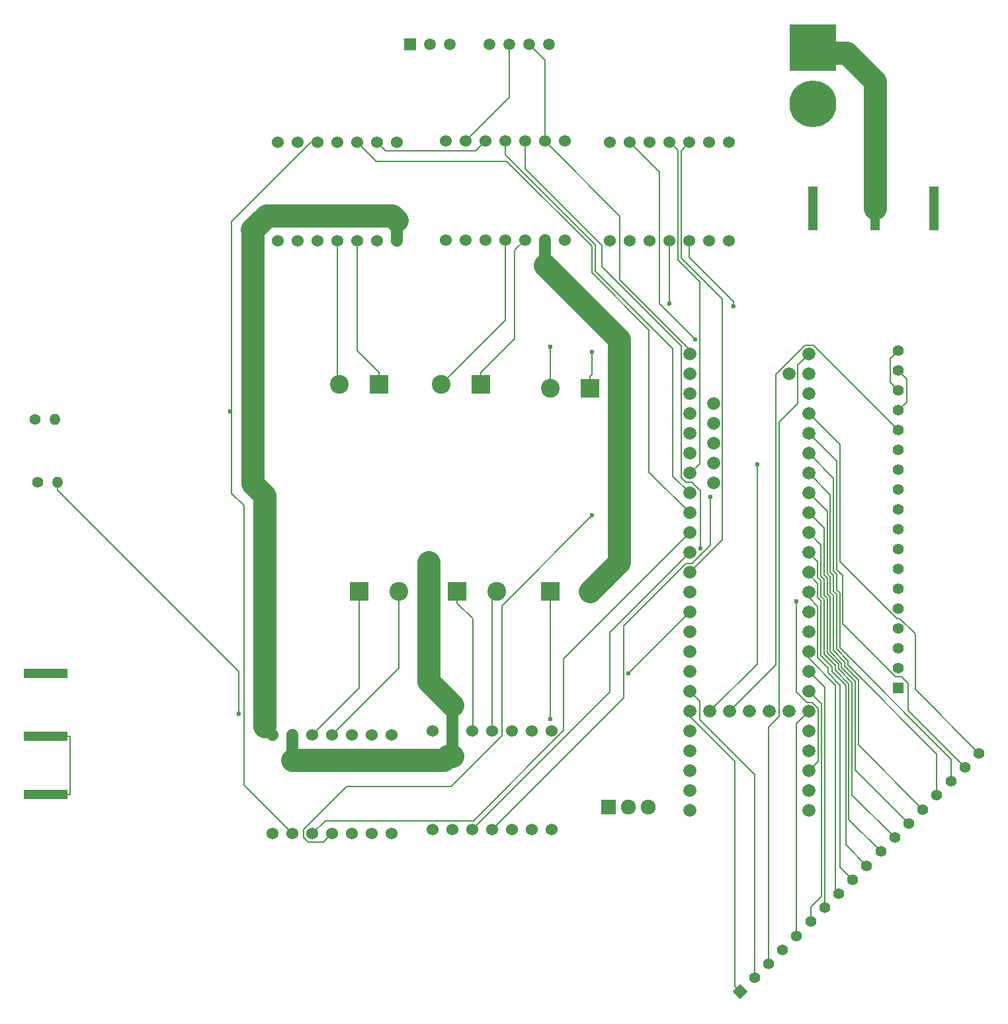
<source format=gbl>
G04 #@! TF.GenerationSoftware,KiCad,Pcbnew,8.0.5*
G04 #@! TF.CreationDate,2024-12-27T19:52:07-05:00*
G04 #@! TF.ProjectId,RoboCup25PCBv1,526f626f-4375-4703-9235-50434276312e,rev?*
G04 #@! TF.SameCoordinates,Original*
G04 #@! TF.FileFunction,Copper,L2,Bot*
G04 #@! TF.FilePolarity,Positive*
%FSLAX46Y46*%
G04 Gerber Fmt 4.6, Leading zero omitted, Abs format (unit mm)*
G04 Created by KiCad (PCBNEW 8.0.5) date 2024-12-27 19:52:07*
%MOMM*%
%LPD*%
G01*
G04 APERTURE LIST*
G04 Aperture macros list*
%AMRotRect*
0 Rectangle, with rotation*
0 The origin of the aperture is its center*
0 $1 length*
0 $2 width*
0 $3 Rotation angle, in degrees counterclockwise*
0 Add horizontal line*
21,1,$1,$2,0,0,$3*%
G04 Aperture macros list end*
G04 #@! TA.AperFunction,ComponentPad*
%ADD10R,2.400000X2.400000*%
G04 #@! TD*
G04 #@! TA.AperFunction,ComponentPad*
%ADD11C,2.400000*%
G04 #@! TD*
G04 #@! TA.AperFunction,ComponentPad*
%ADD12C,1.524000*%
G04 #@! TD*
G04 #@! TA.AperFunction,ComponentPad*
%ADD13R,5.600000X1.200000*%
G04 #@! TD*
G04 #@! TA.AperFunction,ComponentPad*
%ADD14R,1.920000X1.920000*%
G04 #@! TD*
G04 #@! TA.AperFunction,ComponentPad*
%ADD15C,1.920000*%
G04 #@! TD*
G04 #@! TA.AperFunction,ComponentPad*
%ADD16R,1.200000X5.600000*%
G04 #@! TD*
G04 #@! TA.AperFunction,ComponentPad*
%ADD17C,1.400000*%
G04 #@! TD*
G04 #@! TA.AperFunction,ComponentPad*
%ADD18O,1.400000X1.400000*%
G04 #@! TD*
G04 #@! TA.AperFunction,ComponentPad*
%ADD19R,1.398000X1.398000*%
G04 #@! TD*
G04 #@! TA.AperFunction,ComponentPad*
%ADD20C,1.398000*%
G04 #@! TD*
G04 #@! TA.AperFunction,ComponentPad*
%ADD21R,1.508000X1.508000*%
G04 #@! TD*
G04 #@! TA.AperFunction,ComponentPad*
%ADD22C,1.508000*%
G04 #@! TD*
G04 #@! TA.AperFunction,ComponentPad*
%ADD23C,1.665000*%
G04 #@! TD*
G04 #@! TA.AperFunction,ComponentPad*
%ADD24C,6.000000*%
G04 #@! TD*
G04 #@! TA.AperFunction,ComponentPad*
%ADD25R,6.000000X6.000000*%
G04 #@! TD*
G04 #@! TA.AperFunction,ComponentPad*
%ADD26RotRect,1.398000X1.398000X45.000000*%
G04 #@! TD*
G04 #@! TA.AperFunction,ViaPad*
%ADD27C,0.600000*%
G04 #@! TD*
G04 #@! TA.AperFunction,ViaPad*
%ADD28C,1.500000*%
G04 #@! TD*
G04 #@! TA.AperFunction,Conductor*
%ADD29C,0.200000*%
G04 #@! TD*
G04 #@! TA.AperFunction,Conductor*
%ADD30C,3.000000*%
G04 #@! TD*
G04 #@! TA.AperFunction,Conductor*
%ADD31C,1.523800*%
G04 #@! TD*
G04 APERTURE END LIST*
D10*
X332920000Y-201000000D03*
D11*
X338000000Y-201000000D03*
D12*
X317840000Y-231500000D03*
X320380000Y-231500000D03*
X322920000Y-231500000D03*
X325460000Y-231500000D03*
X328000000Y-231500000D03*
X330540000Y-231500000D03*
X333080000Y-231500000D03*
X333080000Y-218840000D03*
X330540000Y-218840000D03*
X328000000Y-218840000D03*
X325460000Y-218840000D03*
X322920000Y-218840000D03*
X320380000Y-218840000D03*
X317840000Y-218840000D03*
D13*
X268335000Y-219525000D03*
X268335000Y-227025000D03*
X268335000Y-211525000D03*
D14*
X340360000Y-228600000D03*
D15*
X342900000Y-228600000D03*
X345440000Y-228600000D03*
D12*
X334740000Y-143340000D03*
X332200000Y-143340000D03*
X329660000Y-143340000D03*
X327120000Y-143340000D03*
X324580000Y-143340000D03*
X322040000Y-143340000D03*
X319500000Y-143340000D03*
X319500000Y-156000000D03*
X322040000Y-156000000D03*
X324580000Y-156000000D03*
X327120000Y-156000000D03*
X329660000Y-156000000D03*
X332200000Y-156000000D03*
X334740000Y-156000000D03*
D16*
X374500000Y-152000000D03*
X382000000Y-152000000D03*
X366500000Y-152000000D03*
D10*
X311000000Y-174500000D03*
D11*
X305920000Y-174500000D03*
D10*
X308420000Y-201000000D03*
D11*
X313500000Y-201000000D03*
D12*
X297340000Y-232000000D03*
X299880000Y-232000000D03*
X302420000Y-232000000D03*
X304960000Y-232000000D03*
X307500000Y-232000000D03*
X310040000Y-232000000D03*
X312580000Y-232000000D03*
X312580000Y-219340000D03*
X310040000Y-219340000D03*
X307500000Y-219340000D03*
X304960000Y-219340000D03*
X302420000Y-219340000D03*
X299880000Y-219340000D03*
X297340000Y-219340000D03*
D17*
X266960000Y-179000000D03*
D18*
X269500000Y-179000000D03*
D19*
X377460000Y-213360000D03*
D20*
X377460000Y-210820000D03*
X377460000Y-208280000D03*
X377460000Y-205740000D03*
X377460000Y-203200000D03*
X377460000Y-200660000D03*
X377460000Y-198120000D03*
X377460000Y-195580000D03*
X377460000Y-193040000D03*
X377460000Y-190500000D03*
X377460000Y-187960000D03*
X377460000Y-185420000D03*
X377460000Y-182880000D03*
X377460000Y-180340000D03*
X377460000Y-177800000D03*
X377460000Y-175260000D03*
X377460000Y-172720000D03*
X377460000Y-170180000D03*
D21*
X314920000Y-131000000D03*
D22*
X317460000Y-131000000D03*
X320000000Y-131000000D03*
X325080000Y-131000000D03*
X327620000Y-131000000D03*
X330160000Y-131000000D03*
X332700000Y-131000000D03*
D12*
X355780000Y-143500000D03*
X353240000Y-143500000D03*
X350700000Y-143500000D03*
X348160000Y-143500000D03*
X345620000Y-143500000D03*
X343080000Y-143500000D03*
X340540000Y-143500000D03*
X340540000Y-156160000D03*
X343080000Y-156160000D03*
X345620000Y-156160000D03*
X348160000Y-156160000D03*
X350700000Y-156160000D03*
X353240000Y-156160000D03*
X355780000Y-156160000D03*
D23*
X350760000Y-175720000D03*
X350760000Y-178260000D03*
X350760000Y-180800000D03*
X350760000Y-183340000D03*
X350760000Y-185880000D03*
X350760000Y-188420000D03*
X350760000Y-190960000D03*
X350760000Y-193500000D03*
X350760000Y-196040000D03*
X350760000Y-198580000D03*
X350760000Y-201120000D03*
X350760000Y-203660000D03*
X366000000Y-203660000D03*
X366000000Y-201120000D03*
X366000000Y-198580000D03*
X366000000Y-196040000D03*
X366000000Y-193500000D03*
X366000000Y-190960000D03*
X366000000Y-188420000D03*
X366000000Y-185880000D03*
X366000000Y-183340000D03*
X366000000Y-180800000D03*
X366000000Y-178260000D03*
X350760000Y-208740000D03*
X350760000Y-211280000D03*
X350760000Y-213820000D03*
X350760000Y-216360000D03*
X350760000Y-218900000D03*
X350760000Y-221440000D03*
X350760000Y-223980000D03*
X350760000Y-226520000D03*
X350760000Y-229060000D03*
X366000000Y-229060000D03*
X366000000Y-226520000D03*
X366000000Y-223980000D03*
X366000000Y-221440000D03*
X366000000Y-218900000D03*
X366000000Y-216360000D03*
X366000000Y-213820000D03*
X366000000Y-211280000D03*
X366000000Y-208740000D03*
X350760000Y-206200000D03*
X353300000Y-216360000D03*
X355840000Y-216360000D03*
X358380000Y-216360000D03*
X360920000Y-216360000D03*
X363460000Y-216360000D03*
X353810000Y-187150000D03*
X353810000Y-184610000D03*
X353810000Y-182070000D03*
X353810000Y-179530000D03*
X353810000Y-176990000D03*
X366000000Y-175720000D03*
X366000000Y-170640000D03*
X350760000Y-173180000D03*
X363460000Y-173180000D03*
X366000000Y-206200000D03*
X366000000Y-173180000D03*
X350760000Y-170640000D03*
D12*
X313280000Y-143500000D03*
X310740000Y-143500000D03*
X308200000Y-143500000D03*
X305660000Y-143500000D03*
X303120000Y-143500000D03*
X300580000Y-143500000D03*
X298040000Y-143500000D03*
X298040000Y-156160000D03*
X300580000Y-156160000D03*
X303120000Y-156160000D03*
X305660000Y-156160000D03*
X308200000Y-156160000D03*
X310740000Y-156160000D03*
X313280000Y-156160000D03*
D24*
X366500000Y-138600000D03*
D25*
X366500000Y-131400000D03*
D10*
X321000000Y-201000000D03*
D11*
X326080000Y-201000000D03*
D17*
X267280000Y-187000000D03*
D18*
X269820000Y-187000000D03*
D26*
X357243465Y-252256535D03*
D20*
X359039516Y-250460484D03*
X360835567Y-248664433D03*
X362631618Y-246868382D03*
X364427669Y-245072331D03*
X366223721Y-243276279D03*
X368019772Y-241480228D03*
X369815823Y-239684177D03*
X371611874Y-237888126D03*
X373407926Y-236092074D03*
X375203977Y-234296023D03*
X377000028Y-232499972D03*
X378796079Y-230703921D03*
X380592131Y-228907869D03*
X382388182Y-227111818D03*
X384184233Y-225315767D03*
X385980284Y-223519716D03*
X387776335Y-221723665D03*
D10*
X338000000Y-175000000D03*
D11*
X332920000Y-175000000D03*
D10*
X324000000Y-174500000D03*
D11*
X318920000Y-174500000D03*
D27*
X364387000Y-202254200D03*
X352100800Y-195521100D03*
X351416000Y-168696900D03*
X338256000Y-191300200D03*
X359382200Y-184730700D03*
X291934300Y-177989400D03*
X353430000Y-188896500D03*
X293021200Y-216621700D03*
D28*
X317298300Y-197258600D03*
D27*
X332920000Y-217374600D03*
X356350100Y-164487400D03*
X338256000Y-170357200D03*
X332920000Y-169633600D03*
X348160000Y-164202000D03*
X295874300Y-153634300D03*
X342896600Y-211525000D03*
D29*
X350760000Y-193500000D02*
X334625100Y-209634900D01*
X323092500Y-230333700D02*
X304086300Y-230333700D01*
X334625100Y-209634900D02*
X334625100Y-218801100D01*
X304086300Y-230333700D02*
X302420000Y-232000000D01*
X334625100Y-218801100D02*
X323092500Y-230333700D01*
X367587100Y-215407100D02*
X366000000Y-213820000D01*
X366223700Y-243276300D02*
X366223700Y-241390000D01*
X367587100Y-240026600D02*
X367587100Y-215407100D01*
X366223700Y-241390000D02*
X367587100Y-240026600D01*
X368339300Y-190759300D02*
X366000000Y-188420000D01*
X368339300Y-198697100D02*
X368339300Y-190759300D01*
X368741000Y-201133600D02*
X368741000Y-199098800D01*
X369142700Y-201535300D02*
X368741000Y-201133600D01*
X370596800Y-210584200D02*
X370596800Y-210016200D01*
X372334200Y-220650000D02*
X372334200Y-212321600D01*
X369142700Y-208562100D02*
X369142700Y-201535300D01*
X380592100Y-228907900D02*
X372334200Y-220650000D01*
X370596800Y-210016200D02*
X369142700Y-208562100D01*
X368741000Y-199098800D02*
X368339300Y-198697100D01*
X372334200Y-212321600D02*
X370596800Y-210584200D01*
X364387000Y-213875100D02*
X364387000Y-202254200D01*
X367185400Y-222794600D02*
X367185400Y-215941300D01*
X366000000Y-223980000D02*
X367185400Y-222794600D01*
X365737700Y-215225800D02*
X364387000Y-213875100D01*
X366469900Y-215225800D02*
X365737700Y-215225800D01*
X367185400Y-215941300D02*
X366469900Y-215225800D01*
X327120000Y-145112100D02*
X338650800Y-156642900D01*
X338650800Y-156642900D02*
X338650800Y-160019800D01*
X327120000Y-143340000D02*
X327120000Y-145112100D01*
X348573600Y-186233600D02*
X350760000Y-188420000D01*
X348573600Y-169942600D02*
X348573600Y-186233600D01*
X338650800Y-160019800D02*
X348573600Y-169942600D01*
X368339300Y-208894700D02*
X368339300Y-201867900D01*
X367535900Y-195035900D02*
X366000000Y-193500000D01*
X371530800Y-212654200D02*
X369793400Y-210916800D01*
X369793400Y-210348800D02*
X368339300Y-208894700D01*
X369793400Y-210916800D02*
X369793400Y-210348800D01*
X377000000Y-232500000D02*
X371530800Y-227030800D01*
X371530800Y-227030800D02*
X371530800Y-212654200D01*
X367535900Y-199029700D02*
X367535900Y-195035900D01*
X367937600Y-201466200D02*
X367937600Y-199431400D01*
X368339300Y-201867900D02*
X367937600Y-201466200D01*
X367937600Y-199431400D02*
X367535900Y-199029700D01*
X367937600Y-209061000D02*
X367937600Y-202034200D01*
X367134200Y-197174200D02*
X366000000Y-196040000D01*
X367134200Y-199196100D02*
X367134200Y-197174200D01*
X371129100Y-212820500D02*
X369391700Y-211083100D01*
X369391700Y-211083100D02*
X369391700Y-210515100D01*
X367535900Y-201632500D02*
X367535900Y-199597800D01*
X375204000Y-234296000D02*
X371129100Y-230221100D01*
X367535900Y-199597800D02*
X367134200Y-199196100D01*
X371129100Y-230221100D02*
X371129100Y-212820500D01*
X367937600Y-202034200D02*
X367535900Y-201632500D01*
X369391700Y-210515100D02*
X367937600Y-209061000D01*
X364427700Y-217932300D02*
X366000000Y-216360000D01*
X364427700Y-245072300D02*
X364427700Y-217932300D01*
X349625800Y-186418900D02*
X350221100Y-187014200D01*
X339477800Y-156702000D02*
X339477800Y-159428600D01*
X349625800Y-169576600D02*
X349625800Y-186418900D01*
X329660000Y-143340000D02*
X329660000Y-146884200D01*
X352100800Y-188090500D02*
X352100800Y-195521100D01*
X351024500Y-187014200D02*
X352100800Y-188090500D01*
X329660000Y-146884200D02*
X339477800Y-156702000D01*
X350221100Y-187014200D02*
X351024500Y-187014200D01*
X339477800Y-159428600D02*
X349625800Y-169576600D01*
X368019800Y-241480200D02*
X368019800Y-213299800D01*
X368019800Y-213299800D02*
X366000000Y-211280000D01*
X350700000Y-143500000D02*
X349632000Y-144568000D01*
X349632000Y-144568000D02*
X349632000Y-158286100D01*
X349632000Y-158286100D02*
X354958500Y-163612600D01*
X354958500Y-163612600D02*
X354958500Y-194381500D01*
X354958500Y-194381500D02*
X350760000Y-198580000D01*
X373407900Y-236092100D02*
X370727400Y-233411600D01*
X367134200Y-199965600D02*
X366000000Y-198831400D01*
X370727400Y-212986800D02*
X368990000Y-211249400D01*
X367535900Y-209227400D02*
X367535900Y-202200600D01*
X368990000Y-210681500D02*
X367535900Y-209227400D01*
X367134200Y-201798900D02*
X367134200Y-199965600D01*
X370727400Y-233411600D02*
X370727400Y-212986800D01*
X366000000Y-198831400D02*
X366000000Y-198580000D01*
X368990000Y-211249400D02*
X368990000Y-210681500D01*
X367535900Y-202200600D02*
X367134200Y-201798900D01*
X362190000Y-179336300D02*
X362190000Y-216955000D01*
X327620000Y-137760000D02*
X327620000Y-131000000D01*
X378519300Y-176740700D02*
X377460000Y-177800000D01*
X346890000Y-164170900D02*
X351416000Y-168696900D01*
X364595100Y-172044900D02*
X364595100Y-176931200D01*
X362190000Y-216955000D02*
X360835600Y-218309400D01*
X364595100Y-176931200D02*
X362190000Y-179336300D01*
X377460000Y-172720000D02*
X378519300Y-173779300D01*
X343080000Y-143500000D02*
X346890000Y-147310000D01*
X360835600Y-218309400D02*
X360835600Y-248664400D01*
X322040000Y-143340000D02*
X327620000Y-137760000D01*
X346890000Y-147310000D02*
X346890000Y-164170900D01*
X378519300Y-173779300D02*
X378519300Y-176740700D01*
X366000000Y-170640000D02*
X364595100Y-172044900D01*
X306851900Y-225987700D02*
X301346300Y-231493300D01*
X326730000Y-202826200D02*
X326730000Y-219466900D01*
X301346300Y-231493300D02*
X301346300Y-232460200D01*
X338256000Y-191300200D02*
X326730000Y-202826200D01*
X320209200Y-225987700D02*
X306851900Y-225987700D01*
X301952500Y-233066400D02*
X303893600Y-233066400D01*
X301346300Y-232460200D02*
X301952500Y-233066400D01*
X326730000Y-219466900D02*
X320209200Y-225987700D01*
X303893600Y-233066400D02*
X304960000Y-232000000D01*
X377270600Y-204470000D02*
X369946100Y-197145500D01*
X377638700Y-204470000D02*
X377270600Y-204470000D01*
X379609700Y-213557100D02*
X379609700Y-206441000D01*
X369946100Y-182206100D02*
X366000000Y-178260000D01*
X379609700Y-206441000D02*
X377638700Y-204470000D01*
X369946100Y-197145500D02*
X369946100Y-182206100D01*
X387776300Y-221723700D02*
X379609700Y-213557100D01*
X369142700Y-200967300D02*
X369142700Y-198932500D01*
X368741000Y-188621000D02*
X366000000Y-185880000D01*
X370998500Y-209849900D02*
X369544400Y-208395800D01*
X382388200Y-227111800D02*
X382388200Y-221807600D01*
X369142700Y-198932500D02*
X368741000Y-198530800D01*
X370998500Y-210417900D02*
X370998500Y-209849900D01*
X369544400Y-201369000D02*
X369142700Y-200967300D01*
X368741000Y-198530800D02*
X368741000Y-188621000D01*
X369544400Y-208395800D02*
X369544400Y-201369000D01*
X382388200Y-221807600D02*
X370998500Y-210417900D01*
X359039500Y-250460500D02*
X359039500Y-224409400D01*
X352030000Y-215090000D02*
X350760000Y-213820000D01*
X352030000Y-217399900D02*
X352030000Y-215090000D01*
X359039500Y-224409400D02*
X352030000Y-217399900D01*
X350760000Y-196040000D02*
X340559900Y-206240100D01*
X340559900Y-213860100D02*
X322920000Y-231500000D01*
X340559900Y-206240100D02*
X340559900Y-213860100D01*
X349224500Y-144564500D02*
X349224500Y-158600300D01*
X352017700Y-161393500D02*
X352017700Y-184622300D01*
X348160000Y-143500000D02*
X349224500Y-144564500D01*
X349224500Y-158600300D02*
X352017700Y-161393500D01*
X352017700Y-184622300D02*
X350760000Y-185880000D01*
X366000000Y-201793300D02*
X366000000Y-201120000D01*
X368446900Y-211442800D02*
X368446900Y-210789000D01*
X370015800Y-213011700D02*
X368446900Y-211442800D01*
X367134200Y-209476300D02*
X367134200Y-202927500D01*
X368446900Y-210789000D02*
X367134200Y-209476300D01*
X371611900Y-237888100D02*
X370015800Y-236292000D01*
X370015800Y-236292000D02*
X370015800Y-213011700D01*
X367134200Y-202927500D02*
X366000000Y-201793300D01*
X353300000Y-216360000D02*
X359382200Y-210277800D01*
X359382200Y-210277800D02*
X359382200Y-184730700D01*
X377460000Y-170180000D02*
X376410700Y-171229300D01*
X324580000Y-143340000D02*
X323344300Y-144575700D01*
X376410700Y-171229300D02*
X376410700Y-174210700D01*
X376410700Y-174210700D02*
X377460000Y-175260000D01*
X293661700Y-189989600D02*
X292133800Y-188461700D01*
X350760000Y-170640000D02*
X350760000Y-170072100D01*
X302279100Y-143500000D02*
X292133800Y-153645300D01*
X303120000Y-143500000D02*
X302279100Y-143500000D01*
X293661700Y-225781700D02*
X293661700Y-189989600D01*
X341811500Y-152951500D02*
X332200000Y-143340000D01*
X292133800Y-177989400D02*
X291934300Y-177989400D01*
X299880000Y-232000000D02*
X293661700Y-225781700D01*
X332200000Y-143340000D02*
X332200000Y-133040000D01*
X323344300Y-144575700D02*
X311815700Y-144575700D01*
X341811500Y-161123600D02*
X341811500Y-152951500D01*
X350760000Y-170072100D02*
X341811500Y-161123600D01*
X292133800Y-188461700D02*
X292133800Y-177989400D01*
X292133800Y-153645300D02*
X292133800Y-177989400D01*
X311815700Y-144575700D02*
X310740000Y-143500000D01*
X332200000Y-133040000D02*
X330160000Y-131000000D01*
X345544900Y-185744900D02*
X345544900Y-167541600D01*
X345544900Y-167541600D02*
X338207800Y-160204500D01*
X350760000Y-190960000D02*
X345544900Y-185744900D01*
X338207800Y-160204500D02*
X338207800Y-156824900D01*
X310631900Y-145931900D02*
X308200000Y-143500000D01*
X338207800Y-156824900D02*
X327314800Y-145931900D01*
X327314800Y-145931900D02*
X310631900Y-145931900D01*
X366000000Y-209563900D02*
X369414200Y-212978100D01*
X366000000Y-208740000D02*
X366000000Y-209563900D01*
X369414200Y-239282600D02*
X369815800Y-239684200D01*
X369414200Y-212978100D02*
X369414200Y-239282600D01*
X342294500Y-205374200D02*
X342294500Y-214665500D01*
X342294500Y-214665500D02*
X325460000Y-231500000D01*
X351039700Y-197445800D02*
X350222900Y-197445800D01*
X353430000Y-188896500D02*
X353430000Y-195055500D01*
X350222900Y-197445800D02*
X342294500Y-205374200D01*
X353430000Y-195055500D02*
X351039700Y-197445800D01*
X369142700Y-198364500D02*
X369142700Y-186482700D01*
X369142700Y-186482700D02*
X366000000Y-183340000D01*
X369544400Y-198766200D02*
X369142700Y-198364500D01*
X384184200Y-222467600D02*
X369946100Y-208229500D01*
X384184200Y-225315800D02*
X384184200Y-222467600D01*
X369946100Y-208229500D02*
X369946100Y-201202700D01*
X369544400Y-200801000D02*
X369544400Y-198766200D01*
X369946100Y-201202700D02*
X369544400Y-200801000D01*
X385980300Y-223519700D02*
X378727900Y-216267300D01*
X370349300Y-199003100D02*
X369544400Y-198198200D01*
X378727900Y-212794800D02*
X377847300Y-211914200D01*
X369544400Y-198198200D02*
X369544400Y-184344400D01*
X370349300Y-205139600D02*
X370349300Y-199003100D01*
X378727900Y-216267300D02*
X378727900Y-212794800D01*
X377123900Y-211914200D02*
X370349300Y-205139600D01*
X377847300Y-211914200D02*
X377123900Y-211914200D01*
X369544400Y-184344400D02*
X366000000Y-180800000D01*
X368741000Y-208728400D02*
X368741000Y-201701600D01*
X368741000Y-201701600D02*
X368339300Y-201299900D01*
X367937600Y-198863400D02*
X367937600Y-192897600D01*
X371932500Y-212487900D02*
X370195100Y-210750500D01*
X378796100Y-230703900D02*
X371932500Y-223840300D01*
X368339300Y-199265100D02*
X367937600Y-198863400D01*
X368339300Y-201299900D02*
X368339300Y-199265100D01*
X370195100Y-210750500D02*
X370195100Y-210182500D01*
X370195100Y-210182500D02*
X368741000Y-208728400D01*
X371932500Y-223840300D02*
X371932500Y-212487900D01*
X367937600Y-192897600D02*
X366000000Y-190960000D01*
X269820000Y-187000000D02*
X269820000Y-188001700D01*
X269820000Y-188001700D02*
X293021200Y-211202900D01*
X293021200Y-211202900D02*
X293021200Y-216621700D01*
X350760000Y-217003500D02*
X356535900Y-222779400D01*
X356535900Y-222779400D02*
X356535900Y-251548800D01*
X350760000Y-216360000D02*
X350760000Y-217003500D01*
X357243500Y-252256500D02*
X356535900Y-251548800D01*
D30*
X366500000Y-131400000D02*
X367180000Y-132080000D01*
X374500000Y-135740000D02*
X374500000Y-152000000D01*
X367180000Y-132080000D02*
X370840000Y-132080000D01*
X370840000Y-132080000D02*
X374500000Y-135740000D01*
X341716200Y-168778400D02*
X341716200Y-197283800D01*
X319245100Y-222603900D02*
X299880000Y-222603900D01*
X341716200Y-197283800D02*
X338000000Y-201000000D01*
X320380000Y-222102200D02*
X320301300Y-222102200D01*
D31*
X320380000Y-222102200D02*
X320380000Y-218840000D01*
D30*
X320380000Y-215576100D02*
X317298300Y-212494400D01*
D31*
X299880000Y-222603900D02*
X299880000Y-219340000D01*
D30*
X332200000Y-159262200D02*
X341716200Y-168778400D01*
D31*
X319746800Y-222102200D02*
X320301300Y-222102200D01*
D30*
X317298300Y-212494400D02*
X317298300Y-197258600D01*
D31*
X320380000Y-215576100D02*
X320380000Y-218840000D01*
X319745100Y-222103900D02*
X319746800Y-222102200D01*
D30*
X319745100Y-222103900D02*
X319245100Y-222603900D01*
D31*
X332200000Y-159262200D02*
X332200000Y-156000000D01*
D29*
X332920000Y-201000000D02*
X332920000Y-217374600D01*
X305660000Y-174240000D02*
X305660000Y-156160000D01*
X305920000Y-174500000D02*
X305660000Y-174240000D01*
X311000000Y-172998300D02*
X308200000Y-170198300D01*
X311000000Y-174500000D02*
X311000000Y-172998300D01*
X308200000Y-170198300D02*
X308200000Y-156160000D01*
X302420000Y-219340000D02*
X308420000Y-213340000D01*
X308420000Y-213340000D02*
X308420000Y-201000000D01*
X304960000Y-219340000D02*
X313500000Y-210800000D01*
X313500000Y-210800000D02*
X313500000Y-201000000D01*
X321000000Y-201000000D02*
X321000000Y-202501700D01*
X322981700Y-204483400D02*
X321000000Y-202501700D01*
X322981700Y-218778300D02*
X322981700Y-204483400D01*
X322920000Y-218840000D02*
X322981700Y-218778300D01*
X325460000Y-201620000D02*
X326080000Y-201000000D01*
X325460000Y-218840000D02*
X325460000Y-201620000D01*
X356350100Y-164487400D02*
X356350100Y-163870300D01*
X338000000Y-173498300D02*
X338256000Y-173242300D01*
X350700000Y-158220200D02*
X350700000Y-156160000D01*
X356350100Y-163870300D02*
X350700000Y-158220200D01*
X338256000Y-173242300D02*
X338256000Y-170357200D01*
X338000000Y-175000000D02*
X338000000Y-173498300D01*
X332920000Y-175000000D02*
X332920000Y-169633600D01*
X348160000Y-156160000D02*
X348160000Y-164202000D01*
X327120000Y-156000000D02*
X327120000Y-166300000D01*
X327120000Y-166300000D02*
X318920000Y-174500000D01*
X328323600Y-168674700D02*
X324000000Y-172998300D01*
X329660000Y-156000000D02*
X328323600Y-157336400D01*
X328323600Y-157336400D02*
X328323600Y-168674700D01*
X324000000Y-174500000D02*
X324000000Y-172998300D01*
X355840000Y-216360000D02*
X361788000Y-210412000D01*
X361788000Y-210412000D02*
X361788000Y-173244200D01*
X268335000Y-219525000D02*
X271436700Y-219525000D01*
X361788000Y-173244200D02*
X365534200Y-169498000D01*
X365534200Y-169498000D02*
X366618000Y-169498000D01*
X268335000Y-227025000D02*
X271436700Y-227025000D01*
X271436700Y-227025000D02*
X271436700Y-219525000D01*
X366618000Y-169498000D02*
X377460000Y-180340000D01*
D30*
X294771100Y-187219500D02*
X296302100Y-188750500D01*
X294733800Y-154722256D02*
X295848028Y-153608028D01*
X296622100Y-152886500D02*
X295874300Y-153634300D01*
X296302100Y-188750500D02*
X296302100Y-218302100D01*
X295874300Y-153634300D02*
X295874300Y-153581756D01*
D31*
X296302100Y-218302100D02*
X297340000Y-219340000D01*
D30*
X294771100Y-154737500D02*
X296610600Y-152898000D01*
X312688700Y-152886500D02*
X296622100Y-152886500D01*
X294771100Y-154737500D02*
X294771100Y-187219500D01*
X313280000Y-153477800D02*
X312688700Y-152886500D01*
D31*
X313280000Y-153477800D02*
X313280000Y-156160000D01*
D30*
X295874300Y-153634300D02*
X294771100Y-154737500D01*
X295874300Y-153581756D02*
X294733800Y-154722256D01*
D29*
X350760000Y-203660000D02*
X342896600Y-211523400D01*
X342896600Y-211523400D02*
X342896600Y-211525000D01*
M02*

</source>
